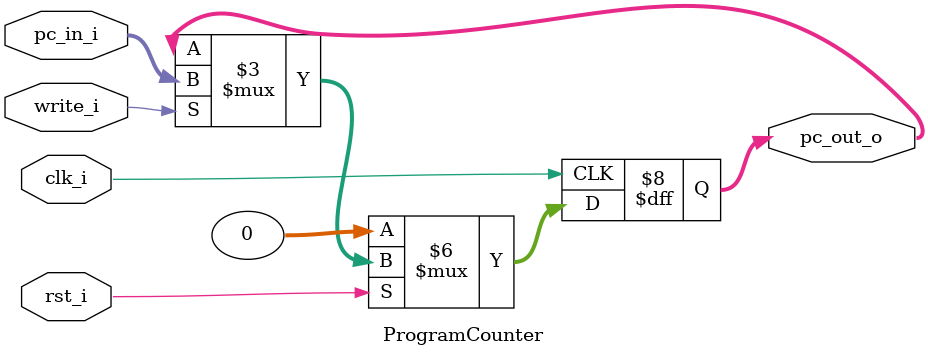
<source format=v>

module ProgramCounter(
    clk_i,
	rst_i,
	write_i,
	pc_in_i,
	pc_out_o
	);
     
//I/O ports
input           clk_i;
input	        rst_i;
input           write_i;
input  [32-1:0] pc_in_i;
output [32-1:0] pc_out_o;
 
//Internal Signals
reg    [32-1:0] pc_out_o;
 
//Parameter

    
//Main function
always @(posedge clk_i) begin
    if(~rst_i)
	    pc_out_o <= 0;
	else if(write_i)
	    pc_out_o <= pc_in_i;
//	$display("pc_next = ", pc_in_i);
//	$display("pc_cur = ", pc_out_o);
end

endmodule



                    
                    
</source>
